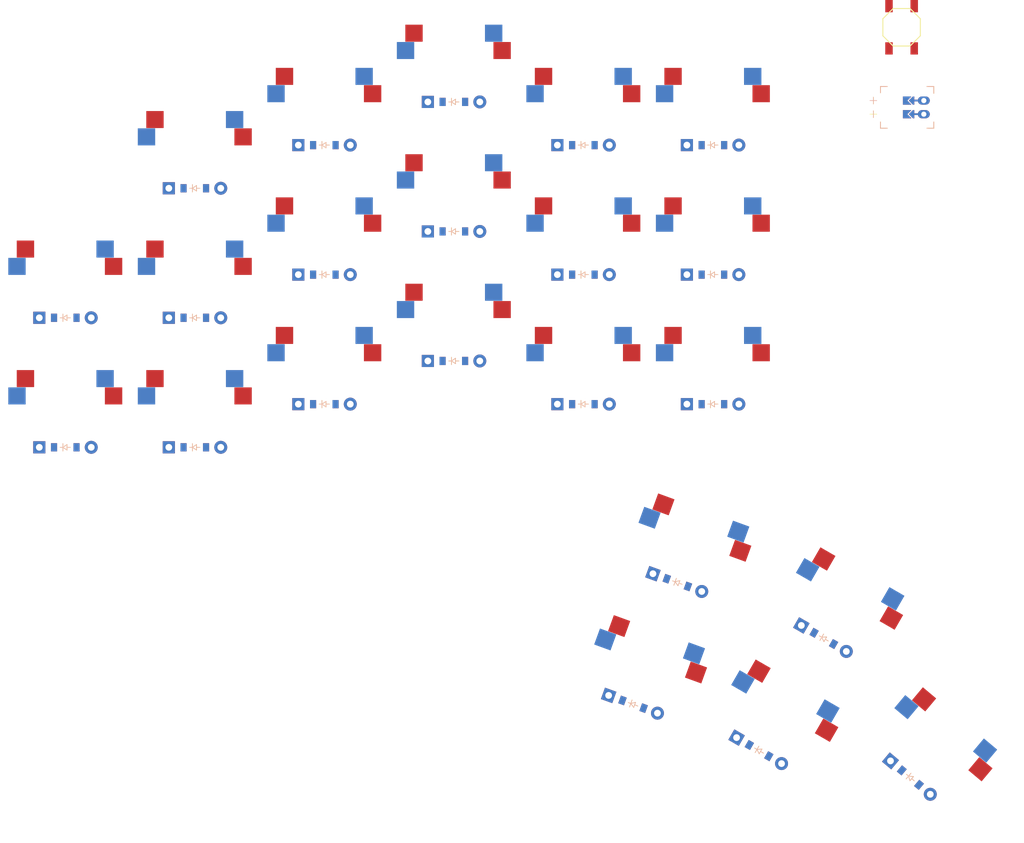
<source format=kicad_pcb>
(kicad_pcb (version 20241229) (generator "pcbnew") (generator_version "9.0")
  (title_block (title "legendaryGuacamole_pcb") (rev "v1.0.0") (company "Diablica"))
  (layers (0 "F.Cu" signal) (2 "B.Cu" signal) (13 "F.Paste" user) (15 "B.Paste" user) (5 "F.SilkS" user) (7 "B.SilkS" user) (1 "F.Mask" user) (3 "B.Mask" user) (25 "Edge.Cuts" user))
  (net 0 "")
  (net 1 "P0")
  (net 2 "outer_bottom")
  (net 3 "outer_home")
  (net 4 "P1")
  (net 5 "pinky_bottom")
  (net 6 "pinky_home")
  (net 7 "pinky_top")
  (net 8 "P2")
  (net 9 "ring_bottom")
  (net 10 "ring_home")
  (net 11 "ring_top")
  (net 12 "P3")
  (net 13 "middle_bottom")
  (net 14 "middle_home")
  (net 15 "middle_top")
  (net 16 "P4")
  (net 17 "index_bottom")
  (net 18 "index_home")
  (net 19 "index_top")
  (net 20 "P5")
  (net 21 "inner_bottom")
  (net 22 "inner_home")
  (net 23 "inner_top")
  (net 24 "thumb_1_row_0")
  (net 25 "thumb_1_row_1")
  (net 26 "thumb_2_row_0")
  (net 27 "thumb_2_row_1")
  (net 28 "thumb_3_row_0")
  (net 29 "P8")
  (net 30 "P7")
  (net 31 "P6")
  (net 32 "P10")
  (net 33 "P9")
  (net 34 "BAT_P")
  (net 35 "GND")
  (net 36 "JST1_1")
  (net 37 "JST1_2")
  (net 38 "RST")
  (footprint "E73:SW_TACT_ALPS_SKQGABE010" (layer "F.Cu") (at 222.686 43.382 -90)
    (property "Reference" "B1" (hide yes))
    (property "Value" "" (hide yes))
    (pad "1" smd rect (at -3.1 -1.85 270) (size 1.8 1.1) (layers "F.Cu" "F.Mask" "F.Paste") (net 35 "GND"))
    (pad "1" smd rect (at 3.1 -1.85 270) (size 1.8 1.1) (layers "F.Cu" "F.Mask" "F.Paste") (net 35 "GND"))
    (pad "2" smd rect (at -3.1 1.85 270) (size 1.8 1.1) (layers "F.Cu" "F.Mask" "F.Paste") (net 38 "RST"))
    (pad "2" smd rect (at 3.1 1.85 270) (size 1.8 1.1) (layers "F.Cu" "F.Mask" "F.Paste") (net 38 "RST"))
  )
  (footprint "MX" (layer "F.Cu") (at 138 55.666667)
    (property "Reference" "S8" (hide yes))
    (property "Value" "" (hide yes))
    (pad "" np_thru_hole circle (at -5.08 0) (size 1.7018 1.7018) (drill 1.7018) (layers "*.Cu" "*.Mask"))
    (pad "" np_thru_hole circle (at -3.81 -2.54) (size 3 3) (drill 3) (layers "*.Cu" "*.Mask"))
    (pad "" np_thru_hole circle (at -2.54 -5.08) (size 3 3) (drill 3) (layers "*.Cu" "*.Mask"))
    (pad "" np_thru_hole circle (at 0 0) (size 3.9878 3.9878) (drill 3.9878) (layers "*.Cu" "*.Mask"))
    (pad "" np_thru_hole circle (at 2.54 -5.08) (size 3 3) (drill 3) (layers "*.Cu" "*.Mask"))
    (pad "" np_thru_hole circle (at 3.81 -2.54) (size 3 3) (drill 3) (layers "*.Cu" "*.Mask"))
    (pad "" np_thru_hole circle (at 5.08 0) (size 1.7018 1.7018) (drill 1.7018) (layers "*.Cu" "*.Mask"))
    (pad "1" smd rect (at -7.085 -2.54) (size 2.55 2.5) (layers "B.Cu" "B.Mask" "B.Paste") (net 8 "P2"))
    (pad "1" smd rect (at 7.085 -2.54) (size 2.55 2.5) (layers "F.Cu" "F.Mask" "F.Paste") (net 8 "P2"))
    (pad "2" smd rect (at -5.842 -5.08) (size 2.55 2.5) (layers "F.Cu" "F.Mask" "F.Paste") (net 11 "ring_top"))
    (pad "2" smd rect (at 5.842 -5.08) (size 2.55 2.5) (layers "B.Cu" "B.Mask" "B.Paste") (net 11 "ring_top"))
  )
  (footprint "MX" (layer "F.Cu") (at 213.775979 128.706905 -30)
    (property "Reference" "S21" (hide yes))
    (property "Value" "" (hide yes))
    (pad "" np_thru_hole circle (at -5.08 0) (size 1.7018 1.7018) (drill 1.7018) (layers "*.Cu" "*.Mask"))
    (pad "" np_thru_hole circle (at -3.81 -2.54) (size 3 3) (drill 3) (layers "*.Cu" "*.Mask"))
    (pad "" np_thru_hole circle (at -2.54 -5.08) (size 3 3) (drill 3) (layers "*.Cu" "*.Mask"))
    (pad "" np_thru_hole circle (at 0 0) (size 3.9878 3.9878) (drill 3.9878) (layers "*.Cu" "*.Mask"))
    (pad "" np_thru_hole circle (at 2.54 -5.08) (size 3 3) (drill 3) (layers "*.Cu" "*.Mask"))
    (pad "" np_thru_hole circle (at 3.81 -2.540001) (size 3 3) (drill 3) (layers "*.Cu" "*.Mask"))
    (pad "" np_thru_hole circle (at 5.08 0) (size 1.7018 1.7018) (drill 1.7018) (layers "*.Cu" "*.Mask"))
    (pad "1" smd rect (at -7.085 -2.54 330) (size 2.55 2.5) (layers "B.Cu" "B.Mask" "B.Paste") (net 16 "P4"))
    (pad "1" smd rect (at 7.085 -2.54 330) (size 2.55 2.5) (layers "F.Cu" "F.Mask" "F.Paste") (net 16 "P4"))
    (pad "2" smd rect (at -5.842 -5.08 330) (size 2.55 2.5) (layers "F.Cu" "F.Mask" "F.Paste") (net 27 "thumb_2_row_1"))
    (pad "2" smd rect (at 5.842 -5.08 330) (size 2.55 2.5) (layers "B.Cu" "B.Mask" "B.Paste") (net 27 "thumb_2_row_1"))
  )
  (footprint "MX" (layer "F.Cu") (at 119 100)
    (property "Reference" "S3" (hide yes))
    (property "Value" "" (hide yes))
    (pad "" np_thru_hole circle (at -5.08 0) (size 1.7018 1.7018) (drill 1.7018) (layers "*.Cu" "*.Mask"))
    (pad "" np_thru_hole circle (at -3.81 -2.54) (size 3 3) (drill 3) (layers "*.Cu" "*.Mask"))
    (pad "" np_thru_hole circle (at -2.54 -5.08) (size 3 3) (drill 3) (layers "*.Cu" "*.Mask"))
    (pad "" np_thru_hole circle (at 0 0) (size 3.9878 3.9878) (drill 3.9878) (layers "*.Cu" "*.Mask"))
    (pad "" np_thru_hole circle (at 2.54 -5.08) (size 3 3) (drill 3) (layers "*.Cu" "*.Mask"))
    (pad "" np_thru_hole circle (at 3.81 -2.54) (size 3 3) (drill 3) (layers "*.Cu" "*.Mask"))
    (pad "" np_thru_hole circle (at 5.08 0) (size 1.7018 1.7018) (drill 1.7018) (layers "*.Cu" "*.Mask"))
    (pad "1" smd rect (at -7.085 -2.54) (size 2.55 2.5) (layers "B.Cu" "B.Mask" "B.Paste") (net 4 "P1"))
    (pad "1" smd rect (at 7.085 -2.54) (size 2.55 2.5) (layers "F.Cu" "F.Mask" "F.Paste") (net 4 "P1"))
    (pad "2" smd rect (at -5.842 -5.08) (size 2.55 2.5) (layers "F.Cu" "F.Mask" "F.Paste") (net 5 "pinky_bottom"))
    (pad "2" smd rect (at 5.842 -5.08) (size 2.55 2.5) (layers "B.Cu" "B.Mask" "B.Paste") (net 5 "pinky_bottom"))
  )
  (footprint "ComboDiode" (layer "F.Cu") (at 195 60.666667)
    (property "Reference" "D17" (hide yes))
    (property "Value" "" (hide yes))
    (pad "1" thru_hole rect (at -3.81 0) (size 1.778 1.778) (drill 0.9906) (layers "*.Cu" "*.Mask") (net 31 "P6"))
    (pad "1" smd rect (at -1.65 0) (size 0.9 1.2) (layers "F.Cu" "F.Mask" "F.Paste") (net 31 "P6"))
    (pad "1" smd rect (at -1.65 0) (size 0.9 1.2) (layers "B.Cu" "B.Mask" "B.Paste") (net 31 "P6"))
    (pad "2" smd rect (at 1.65 0) (size 0.9 1.2) (layers "F.Cu" "F.Mask" "F.Paste") (net 23 "inner_top"))
    (pad "2" smd rect (at 1.65 0) (size 0.9 1.2) (layers "B.Cu" "B.Mask" "B.Paste") (net 23 "inner_top"))
    (pad "2" thru_hole circle (at 3.81 0) (size 1.905 1.905) (drill 0.9906) (layers "*.Cu" "*.Mask") (net 23 "inner_top"))
  )
  (footprint "MX" (layer "F.Cu") (at 138 93.666667)
    (property "Reference" "S6" (hide yes))
    (property "Value" "" (hide yes))
    (pad "" np_thru_hole circle (at -5.08 0) (size 1.7018 1.7018) (drill 1.7018) (layers "*.Cu" "*.Mask"))
    (pad "" np_thru_hole circle (at -3.81 -2.54) (size 3 3) (drill 3) (layers "*.Cu" "*.Mask"))
    (pad "" np_thru_hole circle (at -2.54 -5.08) (size 3 3) (drill 3) (layers "*.Cu" "*.Mask"))
    (pad "" np_thru_hole circle (at 0 0) (size 3.9878 3.9878) (drill 3.9878) (layers "*.Cu" "*.Mask"))
    (pad "" np_thru_hole circle (at 2.54 -5.08) (size 3 3) (drill 3) (layers "*.Cu" "*.Mask"))
    (pad "" np_thru_hole circle (at 3.81 -2.54) (size 3 3) (drill 3) (layers "*.Cu" "*.Mask"))
    (pad "" np_thru_hole circle (at 5.08 0) (size 1.7018 1.7018) (drill 1.7018) (layers "*.Cu" "*.Mask"))
    (pad "1" smd rect (at -7.085 -2.54) (size 2.55 2.5) (layers "B.Cu" "B.Mask" "B.Paste") (net 8 "P2"))
    (pad "1" smd rect (at 7.085 -2.54) (size 2.55 2.5) (layers "F.Cu" "F.Mask" "F.Paste") (net 8 "P2"))
    (pad "2" smd rect (at -5.842 -5.08) (size 2.55 2.5) (layers "F.Cu" "F.Mask" "F.Paste") (net 9 "ring_bottom"))
    (pad "2" smd rect (at 5.842 -5.08) (size 2.55 2.5) (layers "B.Cu" "B.Mask" "B.Paste") (net 9 "ring_bottom"))
  )
  (footprint "ComboDiode" (layer "F.Cu") (at 183.289899 142.698463 -20)
    (property "Reference" "D18" (hide yes))
    (property "Value" "" (hide yes))
    (pad "1" thru_hole rect (at -3.81 0 340) (size 1.778 1.778) (drill 0.9906) (layers "*.Cu" "*.Mask") (net 32 "P10"))
    (pad "1" smd rect (at -1.65 0 340) (size 0.9 1.2) (layers "F.Cu" "F.Mask" "F.Paste") (net 32 "P10"))
    (pad "1" smd rect (at -1.65 0 340) (size 0.9 1.2) (layers "B.Cu" "B.Mask" "B.Paste") (net 32 "P10"))
    (pad "2" smd rect (at 1.65 0 340) (size 0.9 1.2) (layers "F.Cu" "F.Mask" "F.Paste") (net 24 "thumb_1_row_0"))
    (pad "2" smd rect (at 1.65 0 340) (size 0.9 1.2) (layers "B.Cu" "B.Mask" "B.Paste") (net 24 "thumb_1_row_0"))
    (pad "2" thru_hole circle (at 3.81 0 340) (size 1.905 1.905) (drill 0.9906) (layers "*.Cu" "*.Mask") (net 24 "thumb_1_row_0"))
  )
  (footprint "ComboDiode" (layer "F.Cu") (at 100 86)
    (property "Reference" "D2" (hide yes))
    (property "Value" "" (hide yes))
    (pad "1" thru_hole rect (at -3.81 0) (size 1.778 1.778) (drill 0.9906) (layers "*.Cu" "*.Mask") (net 30 "P7"))
    (pad "1" smd rect (at -1.65 0) (size 0.9 1.2) (layers "F.Cu" "F.Mask" "F.Paste") (net 30 "P7"))
    (pad "1" smd rect (at -1.65 0) (size 0.9 1.2) (layers "B.Cu" "B.Mask" "B.Paste") (net 30 "P7"))
    (pad "2" smd rect (at 1.65 0) (size 0.9 1.2) (layers "F.Cu" "F.Mask" "F.Paste") (net 3 "outer_home"))
    (pad "2" smd rect (at 1.65 0) (size 0.9 1.2) (layers "B.Cu" "B.Mask" "B.Paste") (net 3 "outer_home"))
    (pad "2" thru_hole circle (at 3.81 0) (size 1.905 1.905) (drill 0.9906) (layers "*.Cu" "*.Mask") (net 3 "outer_home"))
  )
  (footprint "ComboDiode" (layer "F.Cu") (at 189.788282 124.844303 -20)
    (property "Reference" "D19" (hide yes))
    (property "Value" "" (hide yes))
    (pad "1" thru_hole rect (at -3.81 0 340) (size 1.778 1.778) (drill 0.9906) (layers "*.Cu" "*.Mask") (net 33 "P9"))
    (pad "1" smd rect (at -1.65 0 340) (size 0.9 1.2) (layers "F.Cu" "F.Mask" "F.Paste") (net 33 "P9"))
    (pad "1" smd rect (at -1.65 0 340) (size 0.9 1.2) (layers "B.Cu" "B.Mask" "B.Paste") (net 33 "P9"))
    (pad "2" smd rect (at 1.65 0 340) (size 0.9 1.2) (layers "F.Cu" "F.Mask" "F.Paste") (net 25 "thumb_1_row_1"))
    (pad "2" smd rect (at 1.65 0 340) (size 0.9 1.2) (layers "B.Cu" "B.Mask" "B.Paste") (net 25 "thumb_1_row_1"))
    (pad "2" thru_hole circle (at 3.81 0 340) (size 1.905 1.905) (drill 0.9906) (layers "*.Cu" "*.Mask") (net 25 "thumb_1_row_1"))
  )
  (footprint "ComboDiode" (layer "F.Cu") (at 100 105)
    (property "Reference" "D1" (hide yes))
    (property "Value" "" (hide yes))
    (pad "1" thru_hole rect (at -3.81 0) (size 1.778 1.778) (drill 0.9906) (layers "*.Cu" "*.Mask") (net 29 "P8"))
    (pad "1" smd rect (at -1.65 0) (size 0.9 1.2) (layers "F.Cu" "F.Mask" "F.Paste") (net 29 "P8"))
    (pad "1" smd rect (at -1.65 0) (size 0.9 1.2) (layers "B.Cu" "B.Mask" "B.Paste") (net 29 "P8"))
    (pad "2" smd rect (at 1.65 0) (size 0.9 1.2) (layers "F.Cu" "F.Mask" "F.Paste") (net 2 "outer_bottom"))
    (pad "2" smd rect (at 1.65 0) (size 0.9 1.2) (layers "B.Cu" "B.Mask" "B.Paste") (net 2 "outer_bottom"))
    (pad "2" thru_hole circle (at 3.81 0) (size 1.905 1.905) (drill 0.9906) (layers "*.Cu" "*.Mask") (net 2 "outer_bottom"))
  )
  (footprint "MX" (layer "F.Cu") (at 157 87.333333)
    (property "Reference" "S9" (hide yes))
    (property "Value" "" (hide yes))
    (pad "" np_thru_hole circle (at -5.08 0) (size 1.7018 1.7018) (drill 1.7018) (layers "*.Cu" "*.Mask"))
    (pad "" np_thru_hole circle (at -3.81 -2.54) (size 3 3) (drill 3) (layers "*.Cu" "*.Mask"))
    (pad "" np_thru_hole circle (at -2.54 -5.08) (size 3 3) (drill 3) (layers "*.Cu" "*.Mask"))
    (pad "" np_thru_hole circle (at 0 0) (size 3.9878 3.9878) (drill 3.9878) (layers "*.Cu" "*.Mask"))
    (pad "" np_thru_hole circle (at 2.54 -5.08) (size 3 3) (drill 3) (layers "*.Cu" "*.Mask"))
    (pad "" np_thru_hole circle (at 3.81 -2.54) (size 3 3) (drill 3) (layers "*.Cu" "*.Mask"))
    (pad "" np_thru_hole circle (at 5.08 0) (size 1.7018 1.7018) (drill 1.7018) (layers "*.Cu" "*.Mask"))
    (pad "1" smd rect (at -7.085 -2.54) (size 2.55 2.5) (layers "B.Cu" "B.Mask" "B.Paste") (net 12 "P3"))
    (pad "1" smd rect (at 7.085 -2.54) (size 2.55 2.5) (layers "F.Cu" "F.Mask" "F.Paste") (net 12 "P3"))
    (pad "2" smd rect (at -5.842 -5.08) (size 2.55 2.5) (layers "F.Cu" "F.Mask" "F.Paste") (net 13 "middle_bottom"))
    (pad "2" smd rect (at 5.842 -5.08) (size 2.55 2.5) (layers "B.Cu" "B.Mask" "B.Paste") (net 13 "middle_bottom"))
  )
  (footprint "ComboDiode" (layer "F.Cu") (at 195 79.666667)
    (property "Reference" "D16" (hide yes))
    (property "Value" "" (hide yes))
    (pad "1" thru_hole rect (at -3.81 0) (size 1.778 1.778) (drill 0.9906) (layers "*.Cu" "*.Mask") (net 30 "P7"))
    (pad "1" smd rect (at -1.65 0) (size 0.9 1.2) (layers "F.Cu" "F.Mask" "F.Paste") (net 30 "P7"))
    (pad "1" smd rect (at -1.65 0) (size 0.9 1.2) (layers "B.Cu" "B.Mask" "B.Paste") (net 30 "P7"))
    (pad "2" smd rect (at 1.65 0) (size 0.9 1.2) (layers "F.Cu" "F.Mask" "F.Paste") (net 22 "inner_home"))
    (pad "2" smd rect (at 1.65 0) (size 0.9 1.2) (layers "B.Cu" "B.Mask" "B.Paste") (net 22 "inner_home"))
    (pad "2" thru_hole circle (at 3.81 0) (size 1.905 1.905) (drill 0.9906) (layers "*.Cu" "*.Mask") (net 22 "inner_home"))
  )
  (footprint "ComboDiode" (layer "F.Cu") (at 211.275979 133.037032 -30)
    (property "Reference" "D21" (hide yes))
    (property "Value" "" (hide yes))
    (pad "1" thru_hole rect (at -3.81 0 330) (size 1.778 1.778) (drill 0.9906) (layers "*.Cu" "*.Mask") (net 33 "P9"))
    (pad "1" smd rect (at -1.65 0 330) (size 0.9 1.2) (layers "F.Cu" "F.Mask" "F.Paste") (net 33 "P9"))
    (pad "1" smd rect (at -1.65 0 330) (size 0.9 1.2) (layers "B.Cu" "B.Mask" "B.Paste") (net 33 "P9"))
    (pad "2" smd rect (at 1.65 0 330) (size 0.9 1.2) (layers "F.Cu" "F.Mask" "F.Paste") (net 27 "thumb_2_row_1"))
    (pad "2" smd rect (at 1.65 0 330) (size 0.9 1.2) (layers "B.Cu" "B.Mask" "B.Paste") (net 27 "thumb_2_row_1"))
    (pad "2" thru_hole circle (at 3.81 0 330) (size 1.905 1.905) (drill 0.9906) (layers "*.Cu" "*.Mask") (net 27 "thumb_2_row_1"))
  )
  (footprint "MX" (layer "F.Cu") (at 176 74.666667)
    (property "Reference" "S13" (hide yes))
    (property "Value" "" (hide yes))
    (pad "" np_thru_hole circle (at -5.08 0) (size 1.7018 1.7018) (drill 1.7018) (layers "*.Cu" "*.Mask"))
    (pad "" np_thru_hole circle (at -3.81 -2.54) (size 3 3) (drill 3) (layers "*.Cu" "*.Mask"))
    (pad "" np_thru_hole circle (at -2.54 -5.08) (size 3 3) (drill 3) (layers "*.Cu" "*.Mask"))
    (pad "" np_thru_hole circle (at 0 0) (size 3.9878 3.9878) (drill 3.9878) (layers "*.Cu" "*.Mask"))
    (pad "" np_thru_hole circle (at 2.54 -5.08) (size 3 3) (drill 3) (layers "*.Cu" "*.Mask"))
    (pad "" np_thru_hole circle (at 3.81 -2.54) (size 3 3) (drill 3) (layers "*.Cu" "*.Mask"))
    (pad "" np_thru_hole circle (at 5.08 0) (size 1.7018 1.7018) (drill 1.7018) (layers "*.Cu" "*.Mask"))
    (pad "1" smd rect (at -7.085 -2.54) (size 2.55 2.5) (layers "B.Cu" "B.Mask" "B.Paste") (net 16 "P4"))
    (pad "1" smd rect (at 7.085 -2.54) (size 2.55 2.5) (layers "F.Cu" "F.Mask" "F.Paste") (net 16 "P4"))
    (pad "2" smd rect (at -5.842 -5.08) (size 2.55 2.5) (layers "F.Cu" "F.Mask" "F.Paste") (net 18 "index_home"))
    (pad "2" smd rect (at 5.842 -5.08) (size 2.55 2.5) (layers "B.Cu" "B.Mask" "B.Paste") (net 18 "index_home"))
  )
  (footprint "MX" (layer "F.Cu") (at 119 81)
    (property "Reference" "S4" (hide yes))
    (property "Value" "" (hide yes))
    (pad "" np_thru_hole circle (at -5.08 0) (size 1.7018 1.7018) (drill 1.7018) (layers "*.Cu" "*.Mask"))
    (pad "" np_thru_hole circle (at -3.81 -2.54) (size 3 3) (drill 3) (layers "*.Cu" "*.Mask"))
    (pad "" np_thru_hole circle (at -2.54 -5.08) (size 3 3) (drill 3) (layers "*.Cu" "*.Mask"))
    (pad "" np_thru_hole circle (at 0 0) (size 3.9878 3.9878) (drill 3.9878) (layers "*.Cu" "*.Mask"))
    (pad "" np_thru_hole circle (at 2.54 -5.08) (size 3 3) (drill 3) (layers "*.Cu" "*.Mask"))
    (pad "" np_thru_hole circle (at 3.81 -2.54) (size 3 3) (drill 3) (layers "*.Cu" "*.Mask"))
    (pad "" np_thru_hole circle (at 5.08 0) (size 1.7018 1.7018) (drill 1.7018) (layers "*.Cu" "*.Mask"))
    (pad "1" smd rect (at -7.085 -2.54) (size 2.55 2.5) (layers "B.Cu" "B.Mask" "B.Paste") (net 4 "P1"))
    (pad "1" smd rect (at 7.085 -2.54) (size 2.55 2.5) (layers "F.Cu" "F.Mask" "F.Paste") (net 4 "P1"))
    (pad "2" smd rect (at -5.842 -5.08) (size 2.55 2.5) (layers "F.Cu" "F.Mask" "F.Paste") (net 6 "pinky_home"))
    (pad "2" smd rect (at 5.842 -5.08) (size 2.55 2.5) (layers "B.Cu" "B.Mask" "B.Paste") (net 6 "pinky_home"))
  )
  (footprint "ComboDiode" (layer "F.Cu") (at 176 60.666667)
    (property "Reference" "D14" (hide yes))
    (property "Value" "" (hide yes))
    (pad "1" thru_hole rect (at -3.81 0) (size 1.778 1.778) (drill 0.9906) (layers "*.Cu" "*.Mask") (net 31 "P6"))
    (pad "1" smd rect (at -1.65 0) (size 0.9 1.2) (layers "F.Cu" "F.Mask" "F.Paste") (net 31 "P6"))
    (pad "1" smd rect (at -1.65 0) (size 0.9 1.2) (layers "B.Cu" "B.Mask" "B.Paste") (net 31 "P6"))
    (pad "2" smd rect (at 1.65 0) (size 0.9 1.2) (layers "F.Cu" "F.Mask" "F.Paste") (net 19 "index_top"))
    (pad "2" smd rect (at 1.65 0) (size 0.9 1.2) (layers "B.Cu" "B.Mask" "B.Paste") (net 19 "index_top"))
    (pad "2" thru_hole circle (at 3.81 0) (size 1.905 1.905) (drill 0.9906) (layers "*.Cu" "*.Mask") (net 19 "index_top"))
  )
  (footprint "MX" (layer "F.Cu") (at 176 93.666667)
    (property "Reference" "S12" (hide yes))
    (property "Value" "" (hide yes))
    (pad "" np_thru_hole circle (at -5.08 0) (size 1.7018 1.7018) (drill 1.7018) (layers "*.Cu" "*.Mask"))
    (pad "" np_thru_hole circle (at -3.81 -2.54) (size 3 3) (drill 3) (layers "*.Cu" "*.Mask"))
    (pad "" np_thru_hole circle (at -2.54 -5.08) (size 3 3) (drill 3) (layers "*.Cu" "*.Mask"))
    (pad "" np_thru_hole circle (at 0 0) (size 3.9878 3.9878) (drill 3.9878) (layers "*.Cu" "*.Mask"))
    (pad "" np_thru_hole circle (at 2.54 -5.08) (size 3 3) (drill 3) (layers "*.Cu" "*.Mask"))
    (pad "" np_thru_hole circle (at 3.81 -2.54) (size 3 3) (drill 3) (layers "*.Cu" "*.Mask"))
    (pad "" np_thru_hole circle (at 5.08 0) (size 1.7018 1.7018) (drill 1.7018) (layers "*.Cu" "*.Mask"))
    (pad "1" smd rect (at -7.085 -2.54) (size 2.55 2.5) (layers "B.Cu" "B.Mask" "B.Paste") (net 16 "P4"))
    (pad "1" smd rect (at 7.085 -2.54) (size 2.55 2.5) (layers "F.Cu" "F.Mask" "F.Paste") (net 16 "P4"))
    (pad "2" smd rect (at -5.842 -5.08) (size 2.55 2.5) (layers "F.Cu" "F.Mask" "F.Paste") (net 17 "index_bottom"))
    (pad "2" smd rect (at 5.842 -5.08) (size 2.55 2.5) (layers "B.Cu" "B.Mask" "B.Paste") (net 17 "index_bottom"))
  )
  (footprint "MX" (layer "F.Cu") (at 157 68.333333)
    (property "Reference" "S10" (hide yes))
    (property "Value" "" (hide yes))
    (pad "" np_thru_hole circle (at -5.08 0) (size 1.7018 1.7018) (drill 1.7018) (layers "*.Cu" "*.Mask"))
    (pad "" np_thru_hole circle (at -3.81 -2.54) (size 3 3) (drill 3) (layers "*.Cu" "*.Mask"))
    (pad "" np_thru_hole circle (at -2.54 -5.08) (size 3 3) (drill 3) (layers "*.Cu" "*.Mask"))
    (pad "" np_thru_hole circle (at 0 0) (size 3.9878 3.9878) (drill 3.9878) (layers "*.Cu" "*.Mask"))
    (pad "" np_thru_hole circle (at 2.54 -5.08) (size 3 3) (drill 3) (layers "*.Cu" "*.Mask"))
    (pad "" np_thru_hole circle (at 3.81 -2.54) (size 3 3) (drill 3) (layers "*.Cu" "*.Mask"))
    (pad "" np_thru_hole circle (at 5.08 0) (size 1.7018 1.7018) (drill 1.7018) (layers "*.Cu" "*.Mask"))
    (pad "1" smd rect (at -7.085 -2.54) (size 2.55 2.5) (layers "B.Cu" "B.Mask" "B.Paste") (net 12 "P3"))
    (pad "1" smd rect (at 7.085 -2.54) (size 2.55 2.5) (layers "F.Cu" "F.Mask" "F.Paste") (net 12 "P3"))
    (pad "2" smd rect (at -5.842 -5.08) (size 2.55 2.5) (layers "F.Cu" "F.Mask" "F.Paste") (net 14 "middle_home"))
    (pad "2" smd rect (at 5.842 -5.08) (size 2.55 2.5) (layers "B.Cu" "B.Mask" "B.Paste") (net 14 "middle_home"))
  )
  (footprint "MX" (layer "F.Cu") (at 227.188283 149.621125 -40)
    (property "Reference" "S22" (hide yes))
    (property "Value" "" (hide yes))
    (pad "" np_thru_hole circle (at -5.08 0) (size 1.7018 1.7018) (drill 1.7018) (layers "*.Cu" "*.Mask"))
    (pad "" np_thru_hole circle (at -3.81 -2.54) (size 3 3) (drill 3) (layers "*.Cu" "*.Mask"))
    (pad "" np_thru_hole circle (at -2.54 -5.08) (size 3 3) (drill 3) (layers "*.Cu" "*.Mask"))
    (pad "" np_thru_hole circle (at 0 0) (size 3.9878 3.9878) (drill 3.9878) (layers "*.Cu" "*.Mask"))
    (pad "" np_thru_hole circle (at 2.54 -5.08) (size 3 3) (drill 3) (layers "*.Cu" "*.Mask"))
    (pad "" np_thru_hole circle (at 3.81 -2.54) (size 3 3) (drill 3) (layers "*.Cu" "*.Mask"))
    (pad "" np_thru_hole circle (at 5.08 0) (size 1.7018 1.7018) (drill 1.7018) (layers "*.Cu" "*.Mask"))
    (pad "1" smd rect (at -7.085 -2.54 320) (size 2.55 2.5) (layers "B.Cu" "B.Mask" "B.Paste") (net 20 "P5"))
    (pad "1" smd rect (at 7.084999 -2.54 320) (size 2.55 2.5) (layers "F.Cu" "F.Mask" "F.Paste") (net 20 "P5"))
    (pad "2" smd rect (at -5.842 -5.08 320) (size 2.55 2.5) (layers "F.Cu" "F.Mask" "F.Paste") (net 28 "thumb_3_row_0"))
    (pad "2" smd rect (at 5.842 -5.080001 320) (size 2.55 2.5) (layers "B.Cu" "B.Mask" "B.Paste") (net 28 "thumb_3_row_0"))
  )
  (footprint "MX" (layer "F.Cu") (at 195 93.666667)
    (property "Reference" "S15" (hide yes))
    (property "Value" "" (hide yes))
    (pad "" np_thru_hole circle (at -5.08 0) (size 1.7018 1.7018) (drill 1.7018) (layers "*.Cu" "*.Mask"))
    (pad "" np_thru_hole circle (at -3.81 -2.54) (size 3 3) (drill 3) (layers "*.Cu" "*.Mask"))
    (pad "" np_thru_hole circle (at -2.54 -5.08) (size 3 3) (drill 3) (layers "*.Cu" "*.Mask"))
    (pad "" np_thru_hole circle (at 0 0) (size 3.9878 3.9878) (drill 3.9878) (layers "*.Cu" "*.Mask"))
    (pad "" np_thru_hole circle (at 2.54 -5.08) (size 3 3) (drill 3) (layers "*.Cu" "*.Mask"))
    (pad "" np_thru_hole circle (at 3.81 -2.54) (size 3 3) (drill 3) (layers "*.Cu" "*.Mask"))
    (pad "" np_thru_hole circle (at 5.08 0) (size 1.7018 1.7018) (drill 1.7018) (layers "*.Cu" "*.Mask"))
    (pad "1" smd rect (at -7.085 -2.54) (size 2.55 2.5) (layers "B.Cu" "B.Mask" "B.Paste") (net 20 "P5"))
    (pad "1" smd rect (at 7.085 -2.54) (size 2.55 2.5) (layers "F.Cu" "F.Mask" "F.Paste") (net 20 "P5"))
    (pad "2" smd rect (at -5.842 -5.08) (size 2.55 2.5) (layers "F.Cu" "F.Mask" "F.Paste") (net 21 "inner_bottom"))
    (pad "2" smd rect (at 5.842 -5.08) (size 2.55 2.5) (layers "B.Cu" "B.Mask" "B.Paste") (net 21 "inner_bottom"))
  )
  (footprint "ComboDiode" (layer "F.Cu") (at 176 79.666667)
    (property "Reference" "D13" (hide yes))
    (property "Value" "" (hide yes))
    (pad "1" thru_hole rect (at -3.81 0) (size 1.778 1.778) (drill 0.9906) (layers "*.Cu" "*.Mask") (net 30 "P7"))
    (pad "1" smd rect (at -1.65 0) (size 0.9 1.2) (layers "F.Cu" "F.Mask" "F.Paste") (net 30 "P7"))
    (pad "1" smd rect (at -1.65 0) (size 0.9 1.2) (layers "B.Cu" "B.Mask" "B.Paste") (net 30 "P7"))
    (pad "2" smd rect (at 1.65 0) (size 0.9 1.2) (layers "F.Cu" "F.Mask" "F.Paste") (net 18 "index_home"))
    (pad "2" smd rect (at 1.65 0) (size 0.9 1.2) (layers "B.Cu" "B.Mask" "B.Paste") (net 18 "index_home"))
    (pad "2" thru_hole circle (at 3.81 0) (size 1.905 1.905) (drill 0.9906) (layers "*.Cu" "*.Mask") (net 18 "index_home"))
  )
  (footprint "ComboDiode" (layer "F.Cu") (at 223.974345 153.451348 -40)
    (property "Reference" "D22" (hide yes))
    (property "Value" "" (hide yes))
    (pad "1" thru_hole rect (at -3.81 0 320) (size 1.778 1.778) (drill 0.9906) (layers "*.Cu" "*.Mask") (net 32 "P10"))
    (pad "1" smd rect (at -1.65 -0.000001 320) (size 0.9 1.2) (layers "F.Cu" "F.Mask" "F.Paste") (net 32 "P10"))
    (pad "1" smd rect (at -1.65 -0.000001 320) (size 0.9 1.2) (layers "B.Cu" "B.Mask" "B.Paste") (net 32 "P10"))
    (pad "2" smd rect (at 1.65 0.000001 320) (size 0.9 1.2) (layers "F.Cu" "F.Mask" "F.Paste") (net 28 "thumb_3_row_0"))
    (pad "2" smd rect (at 1.65 0.000001 320) (size 0.9 1.2) (layers "B.Cu" "B.Mask" "B.Paste") (net 28 "thumb_3_row_0"))
    (pad "2" thru_hole circle (at 3.81 0 320) (size 1.905 1.905) (drill 0.9906) (layers "*.Cu" "*.Mask") (net 28 "thumb_3_row_0"))
  )
  (footprint "MX" (layer "F.Cu") (at 157 49.333333)
    (property "Reference" "S11" (hide yes))
    (property "Value" "" (hide yes))
    (pad "" np_thru_hole circle (at -5.08 0) (size 1.7018 1.7018) (drill 1.7018) (layers "*.Cu" "*.Mask"))
    (pad "" np_thru_hole circle (at -3.81 -2.54) (size 3 3) (drill 3) (layers "*.Cu" "*.Mask"))
    (pad "" np_thru_hole circle (at -2.54 -5.08) (size 3 3) (drill 3) (layers "*.Cu" "*.Mask"))
    (pad "" np_thru_hole circle (at 0 0) (size 3.9878 3.9878) (drill 3.9878) (layers "*.Cu" "*.Mask"))
    (pad "" np_thru_hole circle (at 2.54 -5.08) (size 3 3) (drill 3) (layers "*.Cu" "*.Mask"))
    (pad "" np_thru_hole circle (at 3.81 -2.54) (size 3 3) (drill 3) (layers "*.Cu" "*.Mask"))
    (pad "" np_thru_hole circle (at 5.08 0) (size 1.7018 1.7018) (drill 1.7018) (layers "*.Cu" "*.Mask"))
    (pad "1" smd rect (at -7.085 -2.54) (size 2.55 2.5) (layers "B.Cu" "B.Mask" "B.Paste") (net 12 "P3"))
    (pad "1" smd rect (at 7.085 -2.54) (size 2.55 2.5) (layers "F.Cu" "F.Mask" "F.Paste") (net 12 "P3"))
    (pad "2" smd rect (at -5.842 -5.08) (size 2.55 2.5) (layers "F.Cu" "F.Mask" "F.Paste") (net 15 "middle_top"))
    (pad "2" smd rect (at 5.842 -5.08) (size 2.55 2.5) (layers "B.Cu" "B.Mask" "B.Paste") (net 15 "middle_top"))
  )
  (footprint "MX" (layer "F.Cu") (at 138 74.666667)
    (property "Reference" "S7" (hide yes))
    (property "Value" "" (hide yes))
    (pad "" np_thru_hole circle (at -5.08 0) (size 1.7018 1.7018) (drill 1.7018) (layers "*.Cu" "*.Mask"))
    (pad "" np_thru_hole circle (at -3.81 -2.54) (size 3 3) (drill 3) (layers "*.Cu" "*.Mask"))
    (pad "" np_thru_hole circle (at -2.54 -5.08) (size 3 3) (drill 3) (layers "*.Cu" "*.Mask"))
    (pad "" np_thru_hole circle (at 0 0) (size 3.9878 3.9878) (drill 3.9878) (layers "*.Cu" "*.Mask"))
    (pad "" np_thru_hole circle (at 2.54 -5.08) (size 3 3) (drill 3) (layers "*.Cu" "*.Mask"))
    (pad "" np_thru_hole circle (at 3.81 -2.54) (size 3 3) (drill 3) (layers "*.Cu" "*.Mask"))
    (pad "" np_thru_hole circle (at 5.08 0) (size 1.7018 1.7018) (drill 1.7018) (layers "*.Cu" "*.Mask"))
    (pad "1" smd rect (at -7.085 -2.54) (size 2.55 2.5) (layers "B.Cu" "B.Mask" "B.Paste") (net 8 "P2"))
    (pad "1" smd rect (at 7.085 -2.54) (size 2.55 2.5) (layers "F.Cu" "F.Mask" "F.Paste") (net 8 "P2"))
    (pad "2" smd rect (at -5.842 -5.08) (size 2.55 2.5) (layers "F.Cu" "F.Mask" "F.Paste") (net 10 "ring_home"))
    (pad "2" smd rect (at 5.842 -5.08) (size 2.55 2.5) (layers "B.Cu" "B.Mask" "B.Paste") (net 10 "ring_home"))
  )
  (footprint "ComboDiode" (layer "F.Cu") (at 157 54.333333)
    (property "Reference" "D11" (hide yes))
    (property "Value" "" (hide yes))
    (pad "1" thru_hole rect (at -3.81 0) (size 1.778 1.778) (drill 0.9906) (layers "*.Cu" "*.Mask") (net 31 "P6"))
    (pad "1" smd rect (at -1.65 0) (size 0.9 1.2) (layers "F.Cu" "F.Mask" "F.Paste") (net 31 "P6"))
    (pad "1" smd rect (at -1.65 0) (size 0.9 1.2) (layers "B.Cu" "B.Mask" "B.Paste") (net 31 "P6"))
    (pad "2" smd rect (at 1.65 0) (size 0.9 1.2) (layers "F.Cu" "F.Mask" "F.Paste") (net 15 "middle_top"))
    (pad "2" smd rect (at 1.65 0) (size 0.9 1.2) (layers "B.Cu" "B.Mask" "B.Paste") (net 15 "middle_top"))
    (pad "2" thru_hole circle (at 3.81 0) (size 1.905 1.905) (drill 0.9906) (layers "*.Cu" "*.Mask") (net 15 "middle_top"))
  )
  (footprint "ComboDiode" (layer "F.Cu") (at 138 60.666667)
    (property "Reference" "D8" (hide yes))
    (property "Value" "" (hide yes))
    (pad "1" thru_hole rect (at -3.81 0) (size 1.778 1.778) (drill 0.9906) (layers "*.Cu" "*.Mask") (net 31 "P6"))
    (pad "1" smd rect (at -1.65 0) (size 0.9 1.2) (layers "F.Cu" "F.Mask" "F.Paste") (net 31 "P6"))
    (pad "1" smd rect (at -1.65 0) (size 0.9 1.2) (layers "B.Cu" "B.Mask" "B.Paste") (net 31 "P6"))
    (pad "2" smd rect (at 1.65 0) (size 0.9 1.2) (layers "F.Cu" "F.Mask" "F.Paste") (net 11 "ring_top"))
    (pad "2" smd rect (at 1.65 0) (size 0.9 1.2) (layers "B.Cu" "B.Mask" "B.Paste") (net 11 "ring_top"))
    (pad "2" thru_hole circle (at 3.81 0) (size 1.905 1.905) (drill 0.9906) (layers "*.Cu" "*.Mask") (net 11 "ring_top"))
  )
  (footprint "ComboDiode" (layer "F.Cu") (at 119 105)
    (property "Reference" "D3" (hide yes))
    (property "Value" "" (hide yes))
    (pad "1" thru_hole rect (at -3.81 0) (size 1.778 1.778) (drill 0.9906) (layers "*.Cu" "*.Mask") (net 29 "P8"))
    (pad "1" smd rect (at -1.65 0) (size 0.9 1.2) (layers "F.Cu" "F.Mask" "F.Paste") (net 29 "P8"))
    (pad "1" smd rect (at -1.65 0) (size 0.9 1.2) (layers "B.Cu" "B.Mask" "B.Paste") (net 29 "P8"))
    (pad "2" smd rect (at 1.65 0) (size 0.9 1.2) (layers "F.Cu" "F.Mask" "F.Paste") (net 5 "pinky_bottom"))
    (pad "2" smd rect (at 1.65 0) (size 0.9 1.2) (layers "B.Cu" "B.Mask" "B.Paste") (net 5 "pinky_bottom"))
    (pad "2" thru_hole circle (at 3.81 0) (size 1.905 1.905) (drill 0.9906) (layers "*.Cu" "*.Mask") (net 5 "pinky_bottom"))
  )
  (footprint "MX" (layer "F.Cu") (at 195 55.666667)
    (property "Reference" "S17" (hide yes))
    (property "Value" "" (hide yes))
    (pad "" np_thru_hole circle (at -5.08 0) (size 1.7018 1.7018) (drill 1.7018) (layers "*.Cu" "*.Mask"))
    (pad "" np_thru_hole circle (at -3.81 -2.54) (size 3 3) (drill 3) (layers "*.Cu" "*.Mask"))
    (pad "" np_thru_hole circle (at -2.54 -5.08) (size 3 3) (drill 3) (layers "*.Cu" "*.Mask"))
    (pad "" np_thru_hole circle (at 0 0) (size 3.9878 3.9878) (drill 3.9878) (layers "*.Cu" "*.Mask"))
    (pad "" np_thru_hole circle (at 2.54 -5.08) (size 3 3) (drill 3) (layers "*.Cu" "*.Mask"))
    (pad "" np_thru_hole circle (at 3.81 -2.54) (size 3 3) (drill 3) (layers "*.Cu" "*.Mask"))
    (pad "" np_thru_hole circle (at 5.08 0) (size 1.7018 1.7018) (drill 1.7018) (layers "*.Cu" "*.Mask"))
    (pad "1" smd rect (at -7.085 -2.54) (size 2.55 2.5) (layers "B.Cu" "B.Mask" "B.Paste") (net 20 "P5"))
    (pad "1" smd rect (at 7.085 -2.54) (size 2.55 2.5) (layers "F.Cu" "F.Mask" "F.Paste") (net 20 "P5"))
    (pad "2" smd rect (at -5.842 -5.08) (size 2.55 2.5) (layers "F.Cu" "F.Mask" "F.Paste") (net 23 "inner_top"))
    (pad "2" smd rect (at 5.842 -5.08) (size 2.55 2.5) (layers "B.Cu" "B.Mask" "B.Paste") (net 23 "inner_top"))
  )
  (footprint "ComboDiode" (layer "F.Cu") (at 157 73.333333)
    (property "Reference" "D10" (hide yes))
    (property "Value" "" (hide yes))
    (pad "1" thru_hole rect (at -3.81 0) (size 1.778 1.778) (drill 0.9906) (layers "*.Cu" "*.Mask") (net 30 "P7"))
    (pad "1" smd rect (at -1.65 0) (size 0.9 1.2) (layers "F.Cu" "F.Mask" "F.Paste") (net 30 "P7"))
    (pad "1" smd rect (at -1.65 0) (size 0.9 1.2) (layers "B.Cu" "B.Mask" "B.Paste") (net 30 "P7"))
    (pad "2" smd rect (at 1.65 0) (size 0.9 1.2) (layers "F.Cu" "F.Mask" "F.Paste") (net 14 "middle_home"))
    (pad "2" smd rect (at 1.65 0) (size 0.9 1.2) (layers "B.Cu" "B.Mask" "B.Paste") (net 14 "middle_home"))
    (pad "2" thru_hole circle (at 3.81 0) (size 1.905 1.905) (drill 0.9906) (layers "*.Cu" "*.Mask") (net 14 "middle_home"))
  )
  (footprint "MX" (layer "F.Cu") (at 100 100)
    (property "Reference" "S1" (hide yes))
    (property "Value" "" (hide yes))
    (pad "" np_thru_hole circle (at -5.08 0) (size 1.7018 1.7018) (drill 1.7018) (layers "*.Cu" "*.Mask"))
    (pad "" np_thru_hole circle (at -3.81 -2.54) (size 3 3) (drill 3) (layers "*.Cu" "*.Mask"))
    (pad "" np_thru_hole circle (at -2.54 -5.08) (size 3 3) (drill 3) (layers "*.Cu" "*.Mask"))
    (pad "" np_thru_hole circle (at 0 0) (size 3.9878 3.9878) (drill 3.9878) (layers "*.Cu" "*.Mask"))
    (pad "" np_thru_hole circle (at 2.54 -5.08) (size 3 3) (drill 3) (layers "*.Cu" "*.Mask"))
    (pad "" np_thru_hole circle (at 3.81 -2.54) (size 3 3) (drill 3) (layers "*.Cu" "*.Mask"))
    (pad "" np_thru_hole circle (at 5.08 0) (size 1.7018 1.7018) (drill 1.7018) (layers "*.Cu" "*.Mask"))
    (pad "1" smd rect (at -7.085 -2.54) (size 2.55 2.5) (layers "B.Cu" "B.Mask" "B.Paste") (net 1 "P0"))
    (pad "1" smd rect (at 7.085 -2.54) (size 2.55 2.5) (layers "F.Cu" "F.Mask" "F.Paste") (net 1 "P0"))
    (pad "2" smd rect (at -5.842 -5.08) (size 2.55 2.5) (layers "F.Cu" "F.Mask" "F.Paste") (net 2 "outer_bottom"))
    (pad "2" smd rect (at 5.842 -5.08) (size 2.55 2.5) (layers "B.Cu" "B.Mask" "B.Paste") (net 2 "outer_bottom"))
  )
  (footprint "ComboDiode" (layer "F.Cu") (at 119 86)
    (property "Reference" "D4" (hide yes))
    (property "Value" "" (hide yes))
    (pad "1" thru_hole rect (at -3.81 0) (size 1.778 1.778) (drill 0.9906) (layers "*.Cu" "*.Mask") (net 30 "P7"))
    (pad "1" smd rect (at -1.65 0) (size 0.9 1.2) (layers "F.Cu" "F.Mask" "F.Paste") (net 30 "P7"))
    (pad "1" smd rect (at -1.65 0) (size 0.9 1.2) (layers "B.Cu" "B.Mask" "B.Paste") (net 30 "P7"))
    (pad "2" smd rect (at 1.65 0) (size 0.9 1.2) (layers "F.Cu" "F.Mask" "F.Paste") (net 6 "pinky_home"))
    (pad "2" smd rect (at 1.65 0) (size 0.9 1.2) (layers "B.Cu" "B.Mask" "B.Paste") (net 6 "pinky_home"))
    (pad "2" thru_hole circle (at 3.81 0) (size 1.905 1.905) (drill 0.9906) (layers "*.Cu" "*.Mask") (net 6 "pinky_home"))
  )
  (footprint "ceoloide:battery_connector_jst_ph_2" (layer "F.Cu") (at 225.944 55.134 -90)
    (property "Reference" "JST1" (hide yes))
    (property "Value" "")
    (pad "1" smd custom (at -1 2.816 90) (size 1.2 0.5) (layers "F.Cu" "F.Mask" "F.Paste") (net 34 "BAT_P") (clearance 0.1) (options (clearance outline) (anchor rect)) (primitives (gr_poly (pts (xy 0.6 0) (xy -0.6 0) (xy -0.6 1) (xy 0 0.4) (xy 0.6 1)) (width 0) (fill yes))))
    (pad "1" smd custom (at 1 2.816 90) (size 1.2 0.5) (layers "B.Cu" "B.Mask" "B.Paste") (net 34 "BAT_P") (clearance 0.1) (options (clearance outline) (anchor rect)) (primitives (gr_poly (pts (xy 0.6 0) (xy -0.6 0) (xy -0.6 1) (xy 0 0.4) (xy 0.6 1)) (width 0) (fill yes))))
    (pad "2" smd custom (at -1 2.816 90) (size 1.2 0.5) (layers "B.Cu" "B.Mask" "B.Paste") (net 35 "GND") (clearance 0.1) (options (clearance outline) (anchor rect)) (primitives (gr_poly (pts (xy 0.6 0) (xy -0.6 0) (xy -0.6 1) (xy 0 0.4) (xy 0.6 1)) (width 0) (fill yes))))
    (pad "2" smd custom (at 1 2.816 90) (size 1.2 0.5) (layers "F.Cu" "F.Mask" "F.Paste") (net 35 "GND") (clearance 0.1) (options (clearance outline) (anchor rect)) (primitives (gr_poly (pts (xy 0.6 0) (xy -0.6 0) (xy -0.6 1) (xy 0 0.4) (xy 0.6 1)) (width 0) (fill yes))))
    (pad "11" thru_hole oval (at -1 0 270) (size 1.2 1.75) (drill 0.75) (layers "*.Cu" "*.Mask") (net 36 "JST1_1"))
    (pad "12" thru_hole oval (at 1 0 270) (size 1.2 1.75) (drill 0.75) (layers "*.Cu" "*.Mask") (net 37 "JST1_2"))
    (pad "21" smd custom (at -1 1.8 90) (size 0.1 0.1) (layers "F.Cu" "F.Mask" "F.Paste") (net 36 "JST1_1") (clearance 0.1) (options (clearance outline) (anchor rect)) (primitives (gr_poly (pts (xy 0.6 0.4) (xy -0.6 0.4) (xy -0.6 0.2) (xy 0 -0.4) (xy 0.6 0.2)) (width 0) (fill yes))))
    (pad "22" smd custom (at 1 1.8 90) (size 0.1 0.1) (layers "F.Cu" "F.Mask" "F.Paste") (net 37 "JST1_2") (clearance 0.1) (options (clearance outline) (anchor rect)) (primitives (gr_poly (pts (xy 0.6 0.4) (xy -0.6 0.4) (xy -0.6 0.2) (xy 0 -0.4) (xy 0.6 0.2)) (width 0) (fill yes))))
    (pad "31" smd custom (at -1 1.8 90) (size 0.1 0.1) (layers "B.Cu" "B.Mask" "B.Paste") (net 36 "JST1_1") (clearance 0.1) (options (clearance outline) (anchor rect)) (primitives (gr_poly (pts (xy 0.6 0.4) (xy -0.6 0.4) (xy -0.6 0.2) (xy 0 -0.4) (xy 0.6 0.2)) (width 0) (fill yes))))
    (pad "32" smd custom (at 1 1.8 90) (size 0.1 0.1) (layers "B.Cu" "B.Mask" "B.Paste") (net 37 "JST1_2") (clearance 0.1) (options (clearance outline) (anchor rect)) (primitives (gr_poly (pts (xy 0.6 0.4) (xy -0.6 0.4) (xy -0.6 0.2) (xy 0 -0.4) (xy 0.6 0.2)) (width 0) (fill yes))))
  )
  (footprint "ComboDiode" (layer "F.Cu") (at 119 67)
    (property "Reference" "D5" (hide yes))
    (property "Value" "" (hide yes))
    (pad "1" thru_hole rect (at -3.81 0) (size 1.778 1.778) (drill 0.9906) (layers "*.Cu" "*.Mask") (net 31 "P6"))
    (pad "1" smd rect (at -1.65 0) (size 0.9 1.2) (layers "F.Cu" "F.Mask" "F.Paste") (net 31 "P6"))
    (pad "1" smd rect (at -1.65 0) (size 0.9 1.2) (layers "B.Cu" "B.Mask" "B.Paste") (net 31 "P6"))
    (pad "2" smd rect (at 1.65 0) (size 0.9 1.2) (layers "F.Cu" "F.Mask" "F.Paste") (net 7 "pinky_top"))
    (pad "2" smd rect (at 1.65 0) (size 0.9 1.2) (layers "B.Cu" "B.Mask" "B.Paste") (net 7 "pinky_top"))
    (pad "2" thru_hole circle (at 3.81 0) (size 1.905 1.905) (drill 0.9906) (layers "*.Cu" "*.Mask") (net 7 "pinky_top"))
  )
  (footprint "MX" (layer "F.Cu") (at 100 81)
    (property "Reference" "S2" (hide yes))
    (property "Value" "" (hide yes))
    (pad "" np_thru_hole circle (at -5.08 0) (size 1.7018 1.7018) (drill 1.7018) (layers "*.Cu" "*.Mask"))
    (pad "" np_thru_hole circle (at -3.81 -2.54) (size 3 3) (drill 3) (layers "*.Cu" "*.Mask"))
    (pad "" np_thru_hole circle (at -2.54 -5.08) (size 3 3) (drill 3) (layers "*.Cu" "*.Mask"))
    (pad "" np_thru_hole circle (at 0 0) (size 3.9878 3.9878) (drill 3.9878) (layers "*.Cu" "*.Mask"))
    (pad "" np_thru_hole circle (at 2.54 -5.08) (size 3 3) (drill 3) (layers "*.Cu" "*.Mask"))
    (pad "" np_thru_hole circle (at 3.81 -2.54) (size 3 3) (drill 3) (layers "*.Cu" "*.Mask"))
    (pad "" np_thru_hole circle (at 5.08 0) (size 1.7018 1.7018) (drill 1.7018) (layers "*.Cu" "*.Mask"))
    (pad "1" smd rect (at -7.085 -2.54) (size 2.55 2.5) (layers "B.Cu" "B.Mask" "B.Paste") (net 1 "P0"))
    (pad "1" smd rect (at 7.085 -2.54) (size 2.55 2.5) (layers "F.Cu" "F.Mask" "F.Paste") (net 1 "P0"))
    (pad "2" smd rect (at -5.842 -5.08) (size 2.55 2.5) (layers "F.Cu" "F.Mask" "F.Paste") (net 3 "outer_home"))
    (pad "2" smd rect (at 5.842 -5.08) (size 2.55 2.5) (layers "B.Cu" "B.Mask" "B.Paste") (net 3 "outer_home"))
  )
  (footprint "MX" (layer "F.Cu") (at 204.275979 145.161388 -30)
    (property "Reference" "S20" (hide yes))
    (property "Value" "" (hide yes))
    (pad "" np_thru_hole circle (at -5.08 0) (size 1.7018 1.7018) (drill 1.7018) (layers "*.Cu" "*.Mask"))
    (pad "" np_thru_hole circle (at -3.81 -2.54) (size 3 3) (drill 3) (layers "*.Cu" "*.Mask"))
    (pad "" np_thru_hole circle (at -2.54 -5.08) (size 3 3) (drill 3) (layers "*.Cu" "*.Mask"))
    (pad "" np_thru_hole circle (at 0 0) (size 3.9878 3.9878) (drill 3.9878) (layers "*.Cu" "*.Mask"))
    (pad "" np_thru_hole circle (at 2.54 -5.08) (size 3 3) (drill 3) (layers "*.Cu" "*.Mask"))
    (pad "" np_thru_hole circle (at 3.81 -2.540001) (size 3 3) (drill 3) (layers "*.Cu" "*.Mask"))
    (pad "" np_thru_hole circle (at 5.08 0) (size 1.7018 1.7018) (drill 1.7018) (layers "*.Cu" "*.Mask"))
    (pad "1" smd rect (at -7.085 -2.54 330) (size 2.55 2.5) (layers "B.Cu" "B.Mask" "B.Paste") (net 16 "P4"))
    (pad "1" smd rect (at 7.085 -2.54 330) (size 2.55 2.5) (layers "F.Cu" "F.Mask" "F.Paste") (net 16 "P4"))
    (pad "2" smd rect (at -5.842 -5.08 330) (size 2.55 2.5) (layers "F.Cu" "F.Mask" "F.Paste") (net 26 "thumb_2_row_0"))
    (pad "2" smd rect (at 5.842 -5.08 330) (size 2.55 2.5) (layers "B.Cu" "B.Mask" "B.Paste") (net 26 "thumb_2_row_0"))
  )
  (footprint "MX" (layer "F.Cu") (at 195 74.666667)
    (property "Reference" "S16" (hide yes))
    (property "Value" "" (hide yes))
    (pad "" np_thru_hole circle (at -5.08 0) (size 1.7018 1.7018) (drill 1.7018) (layers "*.Cu" "*.Mask"))
    (pad "" np_thru_hole circle (at -3.81 -2.54) (size 3 3) (drill 3) (layers "*.Cu" "*.Mask"))
    (pad "" np_thru_hole circle (at -2.54 -5.08) (size 3 3) (drill 3) (layers "*.Cu" "*.Mask"))
    (pad "" np_thru_hole circle (at 0 0) (size 3.9878 3.9878) (drill 3.9878) (layers "*.Cu" "*.Mask"))
    (pad "" np_thru_hole circle (at 2.54 -5.08) (size 3 3) (drill 3) (layers "*.Cu" "*.Mask"))
    (pad "" np_thru_hole circle (at 3.81 -2.54) (size 3 3) (drill 3) (layers "*.Cu" "*.Mask"))
    (pad "" np_thru_hole circle (at 5.08 0) (size 1.7018 1.7018) (drill 1.7018) (layers "*.Cu" "*.Mask"))
    (pad "1" smd rect (at -7.085 -2.54) (size 2.55 2.5) (layers "B.Cu" "B.Mask" "B.Paste") (net 20 "P5"))
    (pad "1" smd rect (at 7.085 -2.54) (size 2.55 2.5) (layers "F.Cu" "F.Mask" "F.Paste") (net 20 "P5"))
    (pad "2" smd rect (at -5.842 -5.08) (size 2.55 2.5) (layers "F.Cu" "F.Mask" "F.Paste") (net 22 "inner_home"))
    (pad "2" smd rect (at 5.842 -5.08) (size 2.55 2.5) (layers "B.Cu" "B.Mask" "B.Paste") (net 22 "inner_home"))
  )
  (footprint "MX" (layer "F.Cu") (at 191.498383 120.14584 -20)
    (property "Reference" "S19" (hide yes))
    (property "Value" "" (hide yes))
    (pad "" np_thru_hole circle (at -5.08 0) (size 1.7018 1.7018) (drill 1.7018) (layers "*.Cu" "*.Mask"))
    (pad "" np_thru_hole circle (at -3.81 -2.54) (size 3 3) (drill 3) (layers "*.Cu" "*.Mask"))
    (pad "" np_thru_hole circle (at -2.54 -5.08) (size 3 3) (drill 3) (layers "*.Cu" "*.Mask"))
    (pad "" np_thru_hole circle (at 0 0) (size 3.9878 3.9878) (drill 3.9878) (layers "*.Cu" "*.Mask"))
    (pad "" np_thru_hole circle (at 2.540001 -5.08) (size 3 3) (drill 3) (layers "*.Cu" "*.Mask"))
    (pad "" np_thru_hole circle (at 3.81 -2.54) (size 3 3) (drill 3) (layers "*.Cu" "*.Mask"))
    (pad "" np_thru_hole circle (at 5.08 0) (size 1.7018 1.7018) (drill 1.7018) (layers "*.Cu" "*.Mask"))
    (pad "1" smd rect (at -7.085 -2.54 340) (size 2.55 2.5) (layers "B.Cu" "B.Mask" "B.Paste") (net 12 "P3"))
    (pad "1" smd rect (at 7.084999 -2.54 340) (size 2.55 2.5) (layers "F.Cu" "F.Mask" "F.Paste") (net 12 "P3"))
    (pad "2" smd rect (at -5.842 -5.08 340) (size 2.55 2.5) (layers "F.Cu" "F.Mask" "F.Paste") (net 25 "thumb_1_row_1"))
    (pad "2" smd rect (at 5.842 -5.08 340) (size 2.55 2.5) (layers "B.Cu" "B.Mask" "B.Paste") (net 25 "thumb_1_row_1"))
  )
  (footprint "ComboDiode" (layer "F.Cu") (at 195 98.666667)
    (property "Reference" "D15" (hide yes))
    (property "Value" "" (hide yes))
    (pad "1" thru_hole rect (at -3.81 0) (size 1.778 1.778) (drill 0.9906) (layers "*.Cu" "*.Mask") (net 29 "P8"))
    (pad "1" smd rect (at -1.65 0) (size 0.9 1.2) (layers "F.Cu" "F.Mask" "F.Paste") (net 29 "P8"))
    (pad "1" smd rect (at -1.65 0) (size 0.9 1.2) (layers "B.Cu" "B.Mask" "B.Paste") (net 29 "P8"))
    (pad "2" smd rect (at 1.65 0) (size 0.9 1.2) (layers "F.Cu" "F.Mask" "F.Paste") (net 21 "inner_bottom"))
    (pad "2" smd rect (at 1.65 0) (size 0.9 1.2) (layers "B.Cu" "B.Mask" "B.Paste") (net 21 "inner_bottom"))
    (pad "2" thru_hole circle (at 3.81 0) (size 1.905 1.905) (drill 0.9906) (layers "*.Cu" "*.Mask") (net 21 "inner_bottom"))
  )
  (footprint "ComboDiode" (layer "F.Cu") (at 138 79.666667)
    (property "Reference" "D7" (hide yes))
    (property "Value" "" (hide yes))
    (pad "1" thru_hole rect (at -3.81 0) (size 1.778 1.778) (drill 0.9906) (layers "*.Cu" "*.Mask") (net 30 "P7"))
    (pad "1" smd rect (at -1.65 0) (size 0.9 1.2) (layers "F.Cu" "F.Mask" "F.Paste") (net 30 "P7"))
    (pad "1" smd rect (at -1.65 0) (size 0.9 1.2) (layers "B.Cu" "B.Mask" "B.Paste") (net 30 "P7"))
    (pad "2" smd rect (at 1.65 0) (size 0.9 1.2) (layers "F.Cu" "F.Mask" "F.Paste") (net 10 "ring_home"))
    (pad "2" smd rect (at 1.65 0) (size 0.9 1.2) (layers "B.Cu" "B.Mask" "B.Paste") (net 10 "ring_home"))
    (pad "2" thru_hole circle (at 3.81 0) (size 1.905 1.905) (drill 0.9906) (layers "*.Cu" "*.Mask") (net 10 "ring_home"))
  )
  (footprint "ComboDiode" (layer "F.Cu") (at 157 92.333333)
    (property "Reference" "D9" (hide yes))
    (property "Value" "" (hide yes))
    (pad "1" thru_hole rect (at -3.81 0) (size 1.778 1.778) (drill 0.9906) (layers "*.Cu" "*.Mask") (net 29 "P8"))
    (pad "1" smd rect (at -1.65 0) (size 0.9 1.2) (layers "F.Cu" "F.Mask" "F.Paste") (net 29 "P8"))
    (pad "1" smd rect (at -1.65 0) (size 0.9 1.2) (layers "B.Cu" "B.Mask" "B.Paste") (net 29 "P8"))
    (pad "2" smd rect (at 1.65 0) (size 0.9 1.2) (layers "F.Cu" "F.Mask" "F.Paste") (net 13 "middle_bottom"))
    (pad "2" smd rect (at 1.65 0) (size 0.9 1.2) (layers "B.Cu" "B.Mask" "B.Paste") (net 13 "middle_bottom"))
    (pad "2" thru_hole circle (at 3.81 0) (size 1.905 1.905) (drill 0.9906) (layers "*.Cu" "*.Mask") (net 13 "middle_bottom"))
  )
  (footprint "MX" (layer "F.Cu") (at 119 62)
    (property "Reference" "S5" (hide yes))
    (property "Value" "" (hide yes))
    (pad "" np_thru_hole circle (at -5.08 0) (size 1.7018 1.7018) (drill 1.7018) (layers "*.Cu" "*.Mask"))
    (pad "" np_thru_hole circle (at -3.81 -2.54) (size 3 3) (drill 3) (layers "*.Cu" "*.Mask"))
    (pad "" np_thru_hole circle (at -2.54 -5.08) (size 3 3) (drill 3) (layers "*.Cu" "*.Mask"))
    (pad "" np_thru_hole circle (at 0 0) (size 3.9878 3.9878) (drill 3.9878) (layers "*.Cu" "*.Mask"))
    (pad "" np_thru_hole circle (at 2.54 -5.08) (size 3 3) (drill 3) (layers "*.Cu" "*.Mask"))
    (pad "" np_thru_hole circle (at 3.81 -2.54) (size 3 3) (drill 3) (layers "*.Cu" "*.Mask"))
    (pad "" np_thru_hole circle (at 5.08 0) (size 1.7018 1.7018) (drill 1.7018) (layers "*.Cu" "*.Mask"))
    (pad "1" smd rect (at -7.085 -2.54) (size 2.55 2.5) (layers "B.Cu" "B.Mask" "B.Paste") (net 4 "P1"))
    (pad "1" smd rect (at 7.085 -2.54) (size 2.55 2.5) (layers "F.Cu" "F.Mask" "F.Paste") (net 4 "P1"))
    (pad "2" smd rect (at -5.842 -5.08) (size 2.55 2.5) (layers "F.Cu" "F.Mask" "F.Paste") (net 7 "pinky_top"))
    (pad "2" smd rect (at 5.842 -5.08) (size 2.55 2.5) (layers "B.Cu" "B.Mask" "B.Paste") (net 7 "pinky_top"))
  )
  (footprint "MX" (layer "F.Cu") (at 185 138 -20)
    (property "Reference" "S18" (hide yes))
    (property "Value" "" (hide yes))
    (pad "" np_thru_hole circle (at -5.08 0) (size 1.7018 1.7018) (drill 1.7018) (layers "*.Cu" "*.Mask"))
    (pad "" np_thru_hole circle (at -3.81 -2.54) (size 3 3) (drill 3) (layers "*.Cu" "*.Mask"))
    (pad "" np_thru_hole circle (at -2.54 -5.08) (size 3 3) (drill 3) (layers "*.Cu" "*.Mask"))
    (pad "" np_thru_hole circle (at 0 0) (size 3.9878 3.9878) (drill 3.9878) (layers "*.Cu" "*.Mask"))
    (pad "" np_thru_hole circle (at 2.540001 -5.08) (size 3 3) (drill 3) (layers "*.Cu" "*.Mask"))
    (pad "" np_thru_hole circle (at 3.81 -2.54) (size 3 3) (drill 3) (layers "*.Cu" "*.Mask"))
    (pad "" np_thru_hole circle (at 5.08 0) (size 1.7018 1.7018) (drill 1.7018) (layers "*.Cu" "*.Mask"))
    (pad "1" smd rect (at -7.085 -2.54 340) (size 2.55 2.5) (layers "B.Cu" "B.Mask" "B.Paste") (net 12 "P3"))
    (pad "1" smd rect (at 7.084999 -2.54 340) (size 2.55 2.5) (layers "F.Cu" "F.Mask" "F.Paste") (net 12 "P3"))
    (pad "2" smd rect (at -5.842 -5.08 340) (size 2.55 2.5) (layers "F.Cu" "F.Mask" "F.Paste") (net 24 "thumb_1_row_0"))
    (pad "2" smd rect (at 5.842 -5.08 340) (size 2.55 2.5) (layers "B.Cu" "B.Mask" "B.Paste") (net 24 "thumb_1_row_0"))
  )
  (footprint "MX" (layer "F.Cu") (at 176 55.666667)
    (property "Reference" "S14" (hide yes))
    (property "Value" "" (hide yes))
    (pad "" np_thru_hole circle (at -5.08 0) (size 1.7018 1.7018) (drill 1.7018) (layers "*.Cu" "*.Mask"))
    (pad "" np_thru_hole circle (at -3.81 -2.54) (size 3 3) (drill 3) (layers "*.Cu" "*.Mask"))
    (pad "" np_thru_hole circle (at -2.54 -5.08) (size 3 3) (drill 3) (layers "*.Cu" "*.Mask"))
    (pad "" np_thru_hole circle (at 0 0) (size 3.9878 3.9878) (drill 3.9878) (layers "*.Cu" "*.Mask"))
    (pad "" np_thru_hole circle (at 2.54 -5.08) (size 3 3) (drill 3) (layers "*.Cu" "*.Mask"))
    (pad "" np_thru_hole circle (at 3.81 -2.54) (size 3 3) (drill 3) (layers "*.Cu" "*.Mask"))
    (pad "" np_thru_hole circle (at 5.08 0) (size 1.7018 1.7018) (drill 1.7018) (layers "*.Cu" "*.Mask"))
    (pad "1" smd rect (at -7.085 -2.54) (size 2.55 2.5) (layers "B.Cu" "B.Mask" "B.Paste") (net 16 "P4"))
    (pad "1" smd rect (at 7.085 -2.54) (size 2.55 2.5) (layers "F.Cu" "F.Mask" "F.Paste") (net 16 "P4"))
    (pad "2" smd rect (at -5.842 -5.08) (size 2.55 2.5) (layers "F.Cu" "F.Mask" "F.Paste") (net 19 "index_top"))
    (pad "2" smd rect (at 5.842 -5.08) (size 2.55 2.5) (layers "B.Cu" "B.Mask" "B.Paste") (net 19 "index_top"))
  )
  (footprint "ComboDiode" (layer "F.Cu") (at 176 98.666667)
    (property "Reference" "D12" (hide yes))
    (property "Value" "" (hide yes))
    (pad "1" thru_hole rect (at -3.81 0) (size 1.778 1.778) (drill 0.9906) (layers "*.Cu" "*.Mask") (net 29 "P8"))
    (pad "1" smd rect (at -1.65 0) (size 0.9 1.2) (layers "F.Cu" "F.Mask" "F.Paste") (net 29 "P8"))
    (pad "1" smd rect (at -1.65 0) (size 0.9 1.2) (layers "B.Cu" "B.Mask" "B.Paste") (net 29 "P8"))
    (pad "2" smd rect (at 1.65 0) (size 0.9 1.2) (layers "F.Cu" "F.Mask" "F.Paste") (net 17 "index_bottom"))
    (pad "2" smd rect (at 1.65 0) (size 0.9 1.2) (layers "B.Cu" "B.Mask" "B.Paste") (net 17 "index_bottom"))
    (pad "2" thru_hole circle (at 3.81 0) (size 1.905 1.905) (drill 0.9906) (layers "*.Cu" "*.Mask") (net 17 "index_bottom"))
  )
  (footprint "ComboDiode" (layer "F.Cu") (at 138 98.666667)
    (property "Reference" "D6" (hide yes))
    (property "Value" "" (hide yes))
    (pad "1" thru_hole rect (at -3.81 0) (size 1.778 1.778) (drill 0.9906) (layers "*.Cu" "*.Mask") (net 29 "P8"))
    (pad "1" smd rect (at -1.65 0) (size 0.9 1.2) (layers "F.Cu" "F.Mask" "F.Paste") (net 29 "P8"))
    (pad "1" smd rect (at -1.65 0) (size 0.9 1.2) (layers "B.Cu" "B.Mask" "B.Paste") (net 29 "P8"))
    (pad "2" smd rect (at 1.65 0) (size 0.9 1.2) (layers "F.Cu" "F.Mask" "F.Paste") (net 9 "ring_bottom"))
    (pad "2" smd rect (at 1.65 0) (size 0.9 1.2) (layers "B.Cu" "B.Mask" "B.Paste") (net 9 "ring_bottom"))
    (pad "2" thru_hole circle (at 3.81 0) (size 1.905 1.905) (drill 0.9906) (layers "*.Cu" "*.Mask") (net 9 "ring_bottom"))
  )
  (footprint "ComboDiode" (layer "F.Cu") (at 201.775979 149.491515 -30)
    (property "Reference" "D20" (hide yes))
    (property "Value" "" (hide yes))
    (pad "1" thru_hole rect (at -3.81 0 330) (size 1.778 1.778) (drill 0.9906) (layers "*.Cu" "*.Mask") (net 32 "P10"))
    (pad "1" smd rect (at -1.65 0 330) (size 0.9 1.2) (layers "F.Cu" "F.Mask" "F.Paste") (net 32 "P10"))
    (pad "1" smd rect (at -1.65 0 330) (size 0.9 1.2) (layers "B.Cu" "B.Mask" "B.Paste") (net 32 "P10"))
    (pad "2" smd rect (at 1.65 0 330) (size 0.9 1.2) (layers "F.Cu" "F.Mask" "F.Paste") (net 26 "thumb_2_row_0"))
    (pad "2" smd rect (at 1.65 0 330) (size 0.9 1.2) (layers "B.Cu" "B.Mask" "B.Paste") (net 26 "thumb_2_row_0"))
    (pad "2" thru_hole circle (at 3.81 0 330) (size 1.905 1.905) (drill 0.9906) (layers "*.Cu" "*.Mask") (net 26 "thumb_2_row_0"))
  )
  (segment (start 224.144 54.134) (end 225.944 54.134) (width 0.25) (layer "F.Cu") (net 36))
  (segment (start 224.144 54.134) (end 225.944 54.134) (width 0.25) (layer "B.Cu") (net 36))
  (segment (start 224.144 56.134) (end 225.944 56.134) (width 0.25) (layer "F.Cu") (net 37))
  (segment (start 224.144 56.134) (end 225.944 56.134) (width 0.25) (layer "B.Cu") (net 37))
)
</source>
